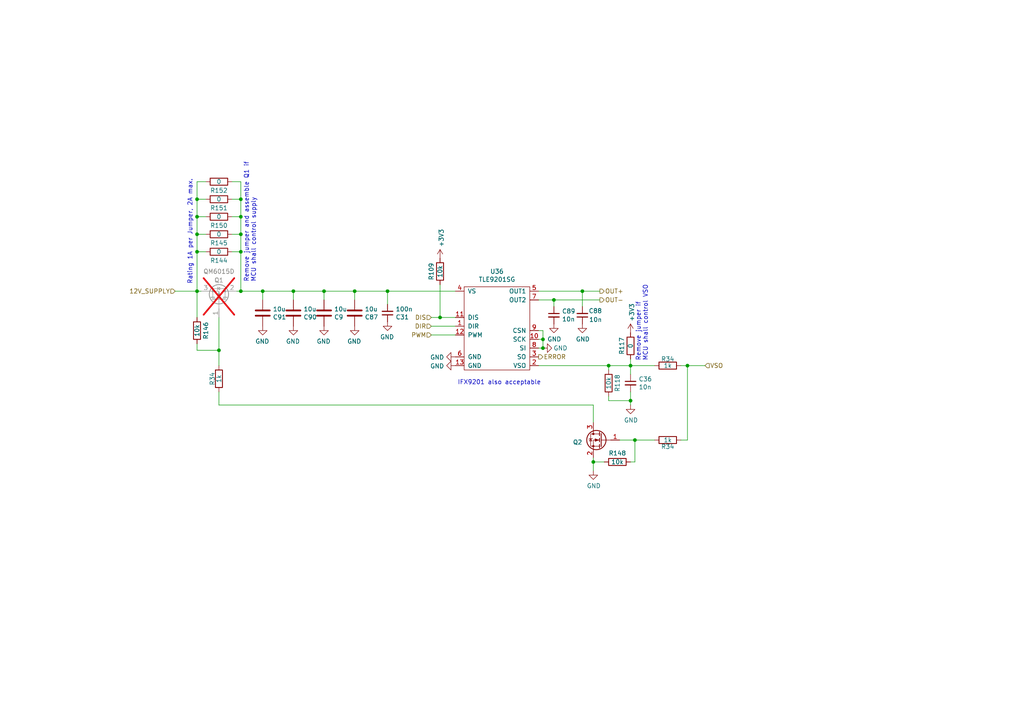
<source format=kicad_sch>
(kicad_sch (version 20230121) (generator eeschema)
  (paper "A4")
  (title_block (title "rusEfi Proteus") (date "2022-04-09") (rev "v0.7") (company "rusEFI") (comment 1 "github.com/mck1117/proteus") (comment 2 "rusefi.com/s/proteus"))
  (lib_symbols
    (symbol "Device:C" (pin_numbers hide) (pin_names (offset 0.254))
      (property "Reference" "C" (at 0.635 2.54 0))
      (property "Value" "C" (at 0.635 -2.54 0))
      (symbol "C_0_1"
        (polyline (pts (xy -2.032 -0.762) (xy 2.032 -0.762)) (stroke (width 0.508)))
        (polyline (pts (xy -2.032 0.762) (xy 2.032 0.762)) (stroke (width 0.508)))
      )
      (symbol "C_1_1"
        (pin passive line (at 0 3.81 270) (length 2.794) (name "~") (number "1"))
        (pin passive line (at 0 -3.81 90) (length 2.794) (name "~") (number "2"))
      )
    )
    (symbol "Device:C_Small" (pin_numbers hide) (pin_names (offset 0.254) hide)
      (property "Reference" "C" (at 0.254 1.778 0))
      (property "Value" "C_Small" (at 0.254 -2.032 0))
      (symbol "C_Small_0_1"
        (polyline (pts (xy -1.524 -0.508) (xy 1.524 -0.508)) (stroke (width 0.3302)))
        (polyline (pts (xy -1.524 0.508) (xy 1.524 0.508)) (stroke (width 0.3048)))
      )
      (symbol "C_Small_1_1"
        (pin passive line (at 0 2.54 270) (length 2.032) (name "~") (number "1"))
        (pin passive line (at 0 -2.54 90) (length 2.032) (name "~") (number "2"))
      )
    )
    (symbol "Device:R" (pin_numbers hide) (pin_names (offset 0))
      (property "Reference" "R" (at 2.032 0 90))
      (property "Value" "R" (at 0 0 90))
      (symbol "R_0_1"
        (rectangle (start -1.016 -2.54) (end 1.016 2.54) (stroke (width 0.254)))
      )
      (symbol "R_1_1"
        (pin passive line (at 0 3.81 270) (length 1.27) (name "~") (number "1"))
        (pin passive line (at 0 -3.81 90) (length 1.27) (name "~") (number "2"))
      )
    )
    (symbol "Transistor_FET:2N7002" (pin_names hide)
      (property "Reference" "Q" (at 5.08 1.905 0))
      (property "Value" "2N7002" (at 5.08 0 0))
      (symbol "2N7002_0_1"
        (polyline (pts (xy 0.254 0) (xy -2.54 0)))
        (polyline (pts (xy 0.254 1.905) (xy 0.254 -1.905)) (stroke (width 0.254)))
        (polyline (pts (xy 0.762 -1.27) (xy 0.762 -2.286)) (stroke (width 0.254)))
        (polyline (pts (xy 0.762 0.508) (xy 0.762 -0.508)) (stroke (width 0.254)))
        (polyline (pts (xy 0.762 2.286) (xy 0.762 1.27)) (stroke (width 0.254)))
        (polyline (pts (xy 2.54 2.54) (xy 2.54 1.778)))
        (polyline (pts (xy 2.54 -2.54) (xy 2.54 0) (xy 0.762 0)))
        (polyline (pts (xy 0.762 -1.778) (xy 3.302 -1.778) (xy 3.302 1.778) (xy 0.762 1.778)))
        (polyline (pts (xy 1.016 0) (xy 2.032 0.381) (xy 2.032 -0.381) (xy 1.016 0)) (fill (type outline)))
        (polyline (pts (xy 2.794 0.508) (xy 2.921 0.381) (xy 3.683 0.381) (xy 3.81 0.254)))
        (polyline (pts (xy 3.302 0.381) (xy 2.921 -0.254) (xy 3.683 -0.254) (xy 3.302 0.381)))
        (circle (center 1.651 0) (radius 2.794) (stroke (width 0.254)))
        (circle (center 2.54 -1.778) (radius 0.254) (fill (type outline)))
        (circle (center 2.54 1.778) (radius 0.254) (fill (type outline)))
      )
      (symbol "2N7002_1_1"
        (pin input line (at -5.08 0 0) (length 2.54) (name "G") (number "1"))
        (pin passive line (at 2.54 -5.08 90) (length 2.54) (name "S") (number "2"))
        (pin passive line (at 2.54 5.08 270) (length 2.54) (name "D") (number "3"))
      )
    )
    (symbol "Transistor_FET:QM6015D" (pin_names hide)
      (property "Reference" "Q" (at 5.08 1.905 0))
      (property "Value" "QM6015D" (at 5.08 0 0))
      (symbol "QM6015D_0_1"
        (polyline (pts (xy 0.254 0) (xy -2.54 0)))
        (polyline (pts (xy 0.254 1.905) (xy 0.254 -1.905)) (stroke (width 0.254)))
        (polyline (pts (xy 0.762 -1.27) (xy 0.762 -2.286)) (stroke (width 0.254)))
        (polyline (pts (xy 0.762 0.508) (xy 0.762 -0.508)) (stroke (width 0.254)))
        (polyline (pts (xy 0.762 2.286) (xy 0.762 1.27)) (stroke (width 0.254)))
        (polyline (pts (xy 2.54 2.54) (xy 2.54 1.778)))
        (polyline (pts (xy 2.54 -2.54) (xy 2.54 0) (xy 0.762 0)))
        (polyline (pts (xy 0.762 1.778) (xy 3.302 1.778) (xy 3.302 -1.778) (xy 0.762 -1.778)))
        (polyline (pts (xy 2.286 0) (xy 1.27 0.381) (xy 1.27 -0.381) (xy 2.286 0)) (fill (type outline)))
        (polyline (pts (xy 2.794 -0.508) (xy 2.921 -0.381) (xy 3.683 -0.381) (xy 3.81 -0.254)))
        (polyline (pts (xy 3.302 -0.381) (xy 2.921 0.254) (xy 3.683 0.254) (xy 3.302 -0.381)))
        (circle (center 1.651 0) (radius 2.794) (stroke (width 0.254)))
        (circle (center 2.54 -1.778) (radius 0.254) (fill (type outline)))
        (circle (center 2.54 1.778) (radius 0.254) (fill (type outline)))
      )
      (symbol "QM6015D_1_1"
        (pin passive line (at -5.08 0 0) (length 2.54) (name "G") (number "1"))
        (pin passive line (at 2.54 5.08 270) (length 2.54) (name "D") (number "2"))
        (pin passive line (at 2.54 -5.08 90) (length 2.54) (name "S") (number "3"))
      )
    )
    (symbol "power:GND" (power) (pin_names (offset 0))
      (property "Value" "GND" (at 0 -3.81 0))
      (symbol "GND_0_1"
        (polyline (pts (xy 0 0) (xy 0 -1.27) (xy 1.27 -1.27) (xy 0 -2.54) (xy -1.27 -1.27) (xy 0 -1.27)))
      )
      (symbol "GND_1_1"
        (pin power_in line (at 0 0 270) (length 0) hide (name "GND") (number "1"))
      )
    )
    (symbol "proteus-rescue:+3.3V-power" (power) (pin_names (offset 0))
      (property "Value" "+3.3V-power" (at 0 3.556 0))
      (symbol "+3.3V-power_0_1"
        (polyline (pts (xy -0.762 1.27) (xy 0 2.54)))
        (polyline (pts (xy 0 0) (xy 0 2.54)))
        (polyline (pts (xy 0 2.54) (xy 0.762 1.27)))
      )
      (symbol "+3.3V-power_1_1"
        (pin power_in line (at 0 0 90) (length 0) hide (name "+3V3") (number "1"))
      )
    )
    (symbol "tle9201_2:TLE9201SG" (pin_names (offset 1.016))
      (property "Reference" "U" (at -8.89 -13.97 0))
      (property "Value" "TLE9201SG" (at -3.81 12.7 0))
      (symbol "TLE9201SG_0_1"
        (rectangle (start -10.16 11.43) (end 8.89 -12.7))
      )
      (symbol "TLE9201SG_1_1"
        (pin input line (at -12.7 0 0) (length 2.54) (name "DIR") (number "1"))
        (pin input line (at 11.43 -3.81 180) (length 2.54) (name "SCK") (number "10"))
        (pin input line (at -12.7 2.54 0) (length 2.54) (name "DIS") (number "11"))
        (pin input line (at -12.7 -2.54 0) (length 2.54) (name "PWM") (number "12"))
        (pin power_in line (at -12.7 -11.43 0) (length 2.54) (name "GND") (number "13"))
        (pin power_in line (at 11.43 -11.43 180) (length 2.54) (name "VSO") (number "2"))
        (pin output line (at 11.43 -8.89 180) (length 2.54) (name "SO") (number "3"))
        (pin power_in line (at -12.7 10.16 0) (length 2.54) (name "VS") (number "4"))
        (pin power_out line (at 11.43 10.16 180) (length 2.54) (name "OUT1") (number "5"))
        (pin power_in line (at -12.7 -8.89 0) (length 2.54) (name "GND") (number "6"))
        (pin power_out line (at 11.43 7.62 180) (length 2.54) (name "OUT2") (number "7"))
        (pin input line (at 11.43 -6.35 180) (length 2.54) (name "SI") (number "8"))
        (pin input line (at 11.43 -1.27 180) (length 2.54) (name "CSN") (number "9"))
      )
    )
  )
  (junction (at 93.98 84.455))
  (junction (at 127.635 92.075))
  (junction (at 160.655 86.995))
  (junction (at 57.15 73.025))
  (junction (at 182.88 106.045))
  (junction (at 63.5 101.6))
  (junction (at 57.15 62.865))
  (junction (at 199.39 106.045))
  (junction (at 69.85 73.025))
  (junction (at 69.85 57.785))
  (junction (at 112.395 84.455))
  (junction (at 57.15 84.455))
  (junction (at 69.85 67.945))
  (junction (at 182.88 116.205))
  (junction (at 57.15 57.785))
  (junction (at 85.09 84.455))
  (junction (at 69.85 62.865))
  (junction (at 157.48 100.965))
  (junction (at 157.48 98.425))
  (junction (at 76.2 84.455))
  (junction (at 168.91 84.455))
  (junction (at 102.87 84.455))
  (junction (at 172.085 133.985))
  (junction (at 184.15 127.635))
  (junction (at 176.53 106.045))
  (junction (at 57.15 67.945))
  (junction (at 69.85 84.455))
  (wire (pts (xy 76.2 84.455) (xy 85.09 84.455)))
  (wire (pts (xy 176.53 106.045) (xy 182.88 106.045)))
  (wire (pts (xy 160.655 88.9) (xy 160.655 86.995)))
  (wire (pts (xy 156.21 84.455) (xy 168.91 84.455)))
  (wire (pts (xy 93.98 84.455) (xy 93.98 86.995)))
  (wire (pts (xy 59.69 57.785) (xy 57.15 57.785)))
  (wire (pts (xy 184.15 133.985) (xy 182.88 133.985)))
  (wire (pts (xy 68.58 84.455) (xy 69.85 84.455)))
  (wire (pts (xy 102.87 84.455) (xy 102.87 86.995)))
  (wire (pts (xy 125.095 97.155) (xy 132.08 97.155)))
  (wire (pts (xy 156.21 106.045) (xy 176.53 106.045)))
  (wire (pts (xy 199.39 127.635) (xy 197.485 127.635)))
  (wire (pts (xy 59.69 67.945) (xy 57.15 67.945)))
  (wire (pts (xy 179.705 127.635) (xy 184.15 127.635)))
  (wire (pts (xy 63.5 101.6) (xy 63.5 106.045)))
  (wire (pts (xy 156.21 95.885) (xy 157.48 95.885)))
  (wire (pts (xy 63.5 117.475) (xy 172.085 117.475)))
  (wire (pts (xy 176.53 106.045) (xy 176.53 107.315)))
  (wire (pts (xy 176.53 114.935) (xy 176.53 116.205)))
  (wire (pts (xy 157.48 100.965) (xy 157.48 98.425)))
  (wire (pts (xy 172.085 133.985) (xy 172.085 132.715)))
  (wire (pts (xy 57.15 62.865) (xy 57.15 67.945)))
  (wire (pts (xy 112.395 84.455) (xy 112.395 88.265)))
  (wire (pts (xy 69.85 84.455) (xy 69.85 73.025)))
  (wire (pts (xy 57.15 84.455) (xy 58.42 84.455)))
  (wire (pts (xy 63.5 92.075) (xy 63.5 101.6)))
  (wire (pts (xy 127.635 92.075) (xy 132.08 92.075)))
  (wire (pts (xy 57.15 101.6) (xy 63.5 101.6)))
  (wire (pts (xy 156.21 100.965) (xy 157.48 100.965)))
  (wire (pts (xy 160.655 86.995) (xy 173.99 86.995)))
  (wire (pts (xy 93.98 84.455) (xy 102.87 84.455)))
  (wire (pts (xy 184.15 127.635) (xy 184.15 133.985)))
  (wire (pts (xy 168.91 84.455) (xy 173.99 84.455)))
  (wire (pts (xy 67.31 52.705) (xy 69.85 52.705)))
  (wire (pts (xy 85.09 84.455) (xy 85.09 86.995)))
  (wire (pts (xy 172.085 133.985) (xy 175.26 133.985)))
  (wire (pts (xy 69.85 57.785) (xy 69.85 62.865)))
  (wire (pts (xy 172.085 136.525) (xy 172.085 133.985)))
  (wire (pts (xy 182.88 106.045) (xy 189.865 106.045)))
  (wire (pts (xy 69.85 52.705) (xy 69.85 57.785)))
  (wire (pts (xy 184.15 127.635) (xy 189.865 127.635)))
  (wire (pts (xy 57.15 67.945) (xy 57.15 73.025)))
  (wire (pts (xy 67.31 73.025) (xy 69.85 73.025)))
  (wire (pts (xy 160.655 86.995) (xy 156.21 86.995)))
  (wire (pts (xy 57.15 99.695) (xy 57.15 101.6)))
  (wire (pts (xy 57.15 62.865) (xy 57.15 57.785)))
  (wire (pts (xy 63.5 113.665) (xy 63.5 117.475)))
  (wire (pts (xy 182.88 106.045) (xy 182.88 108.585)))
  (wire (pts (xy 157.48 95.885) (xy 157.48 98.425)))
  (wire (pts (xy 85.09 84.455) (xy 93.98 84.455)))
  (wire (pts (xy 125.095 94.615) (xy 132.08 94.615)))
  (wire (pts (xy 69.85 62.865) (xy 69.85 67.945)))
  (wire (pts (xy 59.69 62.865) (xy 57.15 62.865)))
  (wire (pts (xy 182.88 106.045) (xy 182.88 104.14)))
  (wire (pts (xy 67.31 62.865) (xy 69.85 62.865)))
  (wire (pts (xy 102.87 84.455) (xy 112.395 84.455)))
  (wire (pts (xy 112.395 84.455) (xy 132.08 84.455)))
  (wire (pts (xy 172.085 117.475) (xy 172.085 122.555)))
  (wire (pts (xy 69.85 67.945) (xy 69.85 73.025)))
  (wire (pts (xy 50.8 84.455) (xy 57.15 84.455)))
  (wire (pts (xy 182.88 117.475) (xy 182.88 116.205)))
  (wire (pts (xy 199.39 106.045) (xy 199.39 127.635)))
  (wire (pts (xy 176.53 116.205) (xy 182.88 116.205)))
  (wire (pts (xy 76.2 84.455) (xy 76.2 86.995)))
  (wire (pts (xy 57.15 84.455) (xy 57.15 92.075)))
  (wire (pts (xy 69.85 84.455) (xy 76.2 84.455)))
  (wire (pts (xy 182.88 116.205) (xy 182.88 113.665)))
  (wire (pts (xy 67.31 57.785) (xy 69.85 57.785)))
  (wire (pts (xy 168.91 84.455) (xy 168.91 88.9)))
  (wire (pts (xy 197.485 106.045) (xy 199.39 106.045)))
  (wire (pts (xy 57.15 73.025) (xy 57.15 84.455)))
  (wire (pts (xy 57.15 73.025) (xy 59.69 73.025)))
  (wire (pts (xy 156.21 98.425) (xy 157.48 98.425)))
  (wire (pts (xy 57.15 52.705) (xy 57.15 57.785)))
  (wire (pts (xy 125.095 92.075) (xy 127.635 92.075)))
  (wire (pts (xy 59.69 52.705) (xy 57.15 52.705)))
  (wire (pts (xy 67.31 67.945) (xy 69.85 67.945)))
  (wire (pts (xy 127.635 82.55) (xy 127.635 92.075)))
  (wire (pts (xy 199.39 106.045) (xy 204.47 106.045)))
  (text "Remove jumper and assemble Q1 if\nMCU shall control supply" (at 74.295 81.915 90) (effects (font (size 1.27 1.27)) (justify left bottom)))
  (text "IFX9201 also acceptable" (at 132.715 111.76 0) (effects (font (size 1.27 1.27)) (justify left bottom)))
  (text "Rating 1A per Jumper, 2A max." (at 55.88 82.55 90) (effects (font (size 1.27 1.27)) (justify left bottom)))
  (text "Remove jumper if\nMCU shall control VSO" (at 187.96 104.775 90) (effects (font (size 1.27 1.27)) (justify left bottom)))
  (hierarchical_label "DIS" (shape input) (at 125.095 92.075 180))
  (hierarchical_label "OUT-" (shape output) (at 173.99 86.995 0))
  (hierarchical_label "VSO" (shape input) (at 204.47 106.045 0))
  (hierarchical_label "PWM" (shape input) (at 125.095 97.155 180))
  (hierarchical_label "DIR" (shape input) (at 125.095 94.615 180))
  (hierarchical_label "OUT+" (shape output) (at 173.99 84.455 0))
  (hierarchical_label "ERROR" (shape output) (at 156.21 103.505 0))
  (hierarchical_label "12V_SUPPLY" (shape input) (at 50.8 84.455 180))
  (symbol (lib_id "power:GND") (at 132.08 103.505 270) (unit 1)
    (property "Reference" "#PWR0255" (effects hide))
    (property "Value" "GND" (at 128.8288 103.632 90) (effects (justify right)))
  )
  (symbol (lib_id "tle9201_2:TLE9201SG") (at 144.78 94.615 0) (unit 1)
    (property "Reference" "U36" (at 144.145 78.74 0))
    (property "Value" "TLE9201SG" (at 144.145 81.0514 0))
    (property "Footprint" "Package_SO:Infineon_PG-DSO-12-9_ThermalVias" (effects hide))
    (property "PN" "TLE9201SG" (effects hide))
    (property "LCSC" "C112633" (effects hide))
    (property "LCSC_ext" "1" (effects hide))
    (property "possible_not_ext" "1" (effects hide))
  )
  (symbol (lib_id "power:GND") (at 132.08 106.045 270) (unit 1)
    (property "Reference" "#PWR0256" (effects hide))
    (property "Value" "GND" (at 128.8288 106.172 90) (effects (justify right)))
  )
  (symbol (lib_id "Device:C_Small") (at 168.91 91.44 180) (unit 1)
    (property "Reference" "C88" (at 174.625 90.17 0) (effects (justify left)))
    (property "Value" "10n" (at 174.625 92.71 0) (effects (justify left)))
    (property "Footprint" "Capacitor_SMD:C_0603_1608Metric" (effects hide))
    (property "LCSC" "C57112" (effects hide))
    (property "LCSC_ext" "0" (effects hide))
  )
  (symbol (lib_id "Device:C_Small") (at 160.655 91.44 0) (unit 1)
    (property "Reference" "C89" (at 162.9918 90.2716 0) (effects (justify left)))
    (property "Value" "10n" (at 162.9918 92.583 0) (effects (justify left)))
    (property "Footprint" "Capacitor_SMD:C_0603_1608Metric" (effects hide))
    (property "LCSC" "C57112" (effects hide))
    (property "LCSC_ext" "0" (effects hide))
  )
  (symbol (lib_id "power:GND") (at 160.655 93.98 0) (unit 1)
    (property "Reference" "#PWR0259" (effects hide))
    (property "Value" "GND" (at 160.782 98.3742 0))
  )
  (symbol (lib_id "power:GND") (at 168.91 93.98 0) (unit 1)
    (property "Reference" "#PWR0258" (effects hide))
    (property "Value" "GND" (at 169.037 98.3742 0))
  )
  (symbol (lib_id "Device:C") (at 102.87 90.805 0) (mirror x) (unit 1)
    (property "Reference" "C87" (at 105.791 91.9734 0) (effects (justify left)))
    (property "Value" "10u" (at 105.791 89.662 0) (effects (justify left)))
    (property "Footprint" "Capacitor_SMD:C_1206_3216Metric" (effects hide))
    (property "LCSC" "C13585" (effects hide))
    (property "LCSC_ext" "0" (effects hide))
  )
  (symbol (lib_id "power:GND") (at 102.87 94.615 0) (mirror y) (unit 1)
    (property "Reference" "#PWR0254" (effects hide))
    (property "Value" "GND" (at 102.743 99.0092 0))
  )
  (symbol (lib_id "proteus-rescue:+3.3V-power") (at 182.88 96.52 0) (unit 1)
    (property "Reference" "#PWR0257" (effects hide))
    (property "Value" "+3.3V" (at 183.261 93.2688 90) (effects (justify left)))
  )
  (symbol (lib_id "Device:R") (at 127.635 78.74 180) (unit 1)
    (property "Reference" "R109" (at 125.095 78.74 90))
    (property "Value" "10k" (at 127.635 78.74 90))
    (property "Footprint" "Resistor_SMD:R_0402_1005Metric" (effects hide))
    (property "LCSC" "C25744" (effects hide))
    (property "LCSC_ext" "0" (effects hide))
  )
  (symbol (lib_id "proteus-rescue:+3.3V-power") (at 127.635 74.93 0) (unit 1)
    (property "Reference" "#PWR0253" (effects hide))
    (property "Value" "+3.3V" (at 128.016 71.6788 90) (effects (justify left)))
  )
  (symbol (lib_id "power:GND") (at 157.48 100.965 90) (unit 1)
    (property "Reference" "#PWR089" (effects hide))
    (property "Value" "GND" (at 162.56 100.965 90))
  )
  (symbol (lib_id "power:GND") (at 182.88 117.475 0) (unit 1)
    (property "Reference" "#PWR090" (effects hide))
    (property "Value" "GND" (at 183.007 121.8692 0))
  )
  (symbol (lib_id "Device:R") (at 63.5 67.945 90) (mirror x) (unit 1)
    (property "Reference" "R145" (at 63.5 70.485 90))
    (property "Value" "0" (at 63.5 67.945 90))
    (property "Footprint" "Resistor_SMD:R_0402_1005Metric" (effects hide))
    (property "LCSC" "C17168" (effects hide))
    (property "LCSC_ext" "0" (effects hide))
  )
  (symbol (lib_id "Device:C_Small") (at 112.395 90.805 0) (mirror x) (unit 1)
    (property "Reference" "C31" (at 114.7318 91.9734 0) (effects (justify left)))
    (property "Value" "100n" (at 114.7318 89.662 0) (effects (justify left)))
    (property "Footprint" "Capacitor_SMD:C_0603_1608Metric" (effects hide))
    (property "LCSC" "C14663" (effects hide))
    (property "LCSC_ext" "0" (effects hide))
  )
  (symbol (lib_id "Device:R") (at 63.5 73.025 90) (mirror x) (unit 1)
    (property "Reference" "R144" (at 63.5 75.565 90))
    (property "Value" "0" (at 63.5 73.025 90))
    (property "Footprint" "Resistor_SMD:R_0402_1005Metric" (effects hide))
    (property "LCSC" "C17168" (effects hide))
    (property "LCSC_ext" "0" (effects hide))
  )
  (symbol (lib_id "Device:R") (at 182.88 100.33 0) (unit 1)
    (property "Reference" "R117" (at 180.34 100.33 90))
    (property "Value" "0" (at 182.88 100.33 90))
    (property "Footprint" "Resistor_SMD:R_0402_1005Metric" (effects hide))
    (property "LCSC" "C17168" (effects hide))
    (property "LCSC_ext" "0" (effects hide))
  )
  (symbol (lib_id "Device:R") (at 63.5 109.855 0) (mirror x) (unit 1)
    (property "Reference" "R34" (at 61.595 109.855 90))
    (property "Value" "1k" (at 63.5 109.855 90))
    (property "Footprint" "Resistor_SMD:R_0402_1005Metric" (effects hide))
    (property "LCSC" "C11702" (effects hide))
    (property "LCSC_ext" "0" (effects hide))
    (instances (project "proteus" (path "" (reference "R34") (unit 1)) (path "" (reference "R36") (unit 1)) (path "" (reference "R147") (unit 1))))
  )
  (symbol (lib_id "Device:C") (at 85.09 90.805 0) (mirror x) (unit 1)
    (property "Reference" "C90" (at 88.011 91.9734 0) (effects (justify left)))
    (property "Value" "10u" (at 88.011 89.662 0) (effects (justify left)))
    (property "Footprint" "Capacitor_SMD:C_1206_3216Metric" (effects hide))
    (property "LCSC" "C13585" (effects hide))
    (property "LCSC_ext" "0" (effects hide))
  )
  (symbol (lib_id "Device:R") (at 63.5 62.865 90) (mirror x) (unit 1)
    (property "Reference" "R150" (at 63.5 65.405 90))
    (property "Value" "0" (at 63.5 62.865 90))
    (property "Footprint" "Resistor_SMD:R_0402_1005Metric" (effects hide))
    (property "LCSC" "C17168" (effects hide))
    (property "LCSC_ext" "0" (effects hide))
  )
  (symbol (lib_id "Device:R") (at 193.675 106.045 270) (unit 1)
    (property "Reference" "R34" (at 193.675 104.14 90))
    (property "Value" "1k" (at 193.675 106.045 90))
    (property "Footprint" "Resistor_SMD:R_0402_1005Metric" (effects hide))
    (property "LCSC" "C11702" (effects hide))
    (property "LCSC_ext" "0" (effects hide))
    (instances (project "proteus" (path "" (reference "R34") (unit 1)) (path "" (reference "R36") (unit 1)) (path "" (reference "R139") (unit 1))))
  )
  (symbol (lib_id "Transistor_FET:2N7002") (at 174.625 127.635 0) (mirror y) (unit 1)
    (property "Reference" "Q2" (at 168.91 128.27 0) (effects (justify left)))
    (property "Value" "2N7002" (effects hide))
    (property "Footprint" "Package_TO_SOT_SMD:SOT-23" (effects hide))
    (property "LCSC" "C8545" (effects hide))
  )
  (symbol (lib_id "Device:R") (at 63.5 52.705 90) (mirror x) (unit 1)
    (property "Reference" "R152" (at 63.5 55.245 90))
    (property "Value" "0" (at 63.5 52.705 90))
    (property "Footprint" "Resistor_SMD:R_0402_1005Metric" (effects hide))
    (property "LCSC" "C17168" (effects hide))
    (property "LCSC_ext" "0" (effects hide))
  )
  (symbol (lib_id "Device:R") (at 57.15 95.885 0) (mirror x) (unit 1)
    (property "Reference" "R146" (at 59.69 95.885 90))
    (property "Value" "10k" (at 57.15 95.885 90))
    (property "Footprint" "Resistor_SMD:R_0402_1005Metric" (effects hide))
    (property "LCSC" "C25744" (effects hide))
    (property "LCSC_ext" "0" (effects hide))
  )
  (symbol (lib_id "Device:R") (at 179.07 133.985 90) (unit 1)
    (property "Reference" "R148" (at 179.07 131.445 90))
    (property "Value" "10k" (at 179.07 133.985 90))
    (property "Footprint" "Resistor_SMD:R_0402_1005Metric" (effects hide))
    (property "LCSC" "C25744" (effects hide))
    (property "LCSC_ext" "0" (effects hide))
  )
  (symbol (lib_id "Device:R") (at 193.675 127.635 90) (unit 1)
    (property "Reference" "R34" (at 193.675 129.54 90))
    (property "Value" "1k" (at 193.675 127.635 90))
    (property "Footprint" "Resistor_SMD:R_0402_1005Metric" (effects hide))
    (property "LCSC" "C11702" (effects hide))
    (property "LCSC_ext" "0" (effects hide))
    (instances (project "proteus" (path "" (reference "R34") (unit 1)) (path "" (reference "R36") (unit 1)) (path "" (reference "R149") (unit 1))))
  )
  (symbol (lib_id "power:GND") (at 112.395 93.345 0) (mirror y) (unit 1)
    (property "Reference" "#PWR088" (effects hide))
    (property "Value" "GND" (at 112.268 97.7392 0))
  )
  (symbol (lib_id "Transistor_FET:QM6015D") (at 63.5 86.995 270) (mirror x) (unit 1) (in_bom no) (dnp yes)
    (property "Reference" "Q1" (at 63.5 81.28 90))
    (property "Value" "QM6015D" (at 63.5 78.74 90))
    (property "Footprint" "Package_TO_SOT_SMD:TO-252-2" (effects hide))
    (property "Datasheet" "http://www.jaolen.com/images/pdf/QM6015D.pdf" (effects hide))
  )
  (symbol (lib_id "power:GND") (at 93.98 94.615 0) (mirror y) (unit 1)
    (property "Reference" "#PWR087" (effects hide))
    (property "Value" "GND" (at 93.853 99.0092 0))
  )
  (symbol (lib_id "power:GND") (at 85.09 94.615 0) (mirror y) (unit 1)
    (property "Reference" "#PWR0261" (effects hide))
    (property "Value" "GND" (at 84.963 99.0092 0))
  )
  (symbol (lib_id "Device:R") (at 63.5 57.785 90) (mirror x) (unit 1)
    (property "Reference" "R151" (at 63.5 60.325 90))
    (property "Value" "0" (at 63.5 57.785 90))
    (property "Footprint" "Resistor_SMD:R_0402_1005Metric" (effects hide))
    (property "LCSC" "C17168" (effects hide))
    (property "LCSC_ext" "0" (effects hide))
  )
  (symbol (lib_id "Device:R") (at 176.53 111.125 0) (unit 1)
    (property "Reference" "R118" (at 179.07 111.125 90))
    (property "Value" "10k" (at 176.53 111.125 90))
    (property "Footprint" "Resistor_SMD:R_0402_1005Metric" (effects hide))
    (property "LCSC" "C25744" (effects hide))
    (property "LCSC_ext" "0" (effects hide))
  )
  (symbol (lib_id "Device:C") (at 76.2 90.805 0) (mirror x) (unit 1)
    (property "Reference" "C91" (at 79.121 91.9734 0) (effects (justify left)))
    (property "Value" "10u" (at 79.121 89.662 0) (effects (justify left)))
    (property "Footprint" "Capacitor_SMD:C_1206_3216Metric" (effects hide))
    (property "LCSC" "C13585" (effects hide))
    (property "LCSC_ext" "0" (effects hide))
  )
  (symbol (lib_id "power:GND") (at 76.2 94.615 0) (mirror y) (unit 1)
    (property "Reference" "#PWR0262" (effects hide))
    (property "Value" "GND" (at 76.073 99.0092 0))
  )
  (symbol (lib_id "Device:C_Small") (at 182.88 111.125 0) (unit 1)
    (property "Reference" "C36" (at 185.2168 109.9566 0) (effects (justify left)))
    (property "Value" "10n" (at 185.2168 112.268 0) (effects (justify left)))
    (property "Footprint" "Capacitor_SMD:C_0603_1608Metric" (effects hide))
    (property "LCSC" "C57112" (effects hide))
    (property "LCSC_ext" "0" (effects hide))
  )
  (symbol (lib_id "power:GND") (at 172.085 136.525 0) (unit 1)
    (property "Reference" "#PWR0304" (effects hide))
    (property "Value" "GND" (at 172.212 140.9192 0))
  )
  (symbol (lib_id "Device:C") (at 93.98 90.805 0) (mirror x) (unit 1)
    (property "Reference" "C9" (at 96.901 91.9734 0) (effects (justify left)))
    (property "Value" "10u" (at 96.901 89.662 0) (effects (justify left)))
    (property "Footprint" "Capacitor_SMD:C_1206_3216Metric" (effects hide))
    (property "LCSC" "C13585" (effects hide))
    (property "LCSC_ext" "0" (effects hide))
  )
)
</source>
